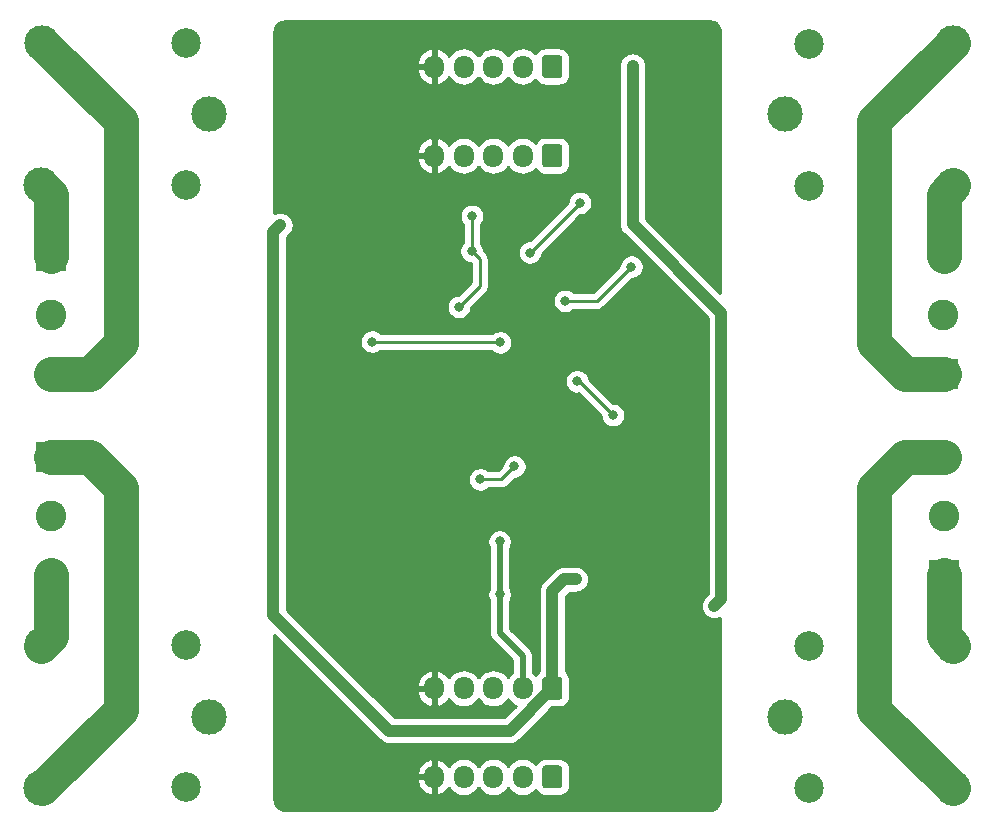
<source format=gbl>
G04 #@! TF.GenerationSoftware,KiCad,Pcbnew,5.1.10*
G04 #@! TF.CreationDate,2021-06-18T04:30:29+02:00*
G04 #@! TF.ProjectId,power-extender,706f7765-722d-4657-9874-656e6465722e,1*
G04 #@! TF.SameCoordinates,Original*
G04 #@! TF.FileFunction,Copper,L2,Bot*
G04 #@! TF.FilePolarity,Positive*
%FSLAX46Y46*%
G04 Gerber Fmt 4.6, Leading zero omitted, Abs format (unit mm)*
G04 Created by KiCad (PCBNEW 5.1.10) date 2021-06-18 04:30:29*
%MOMM*%
%LPD*%
G01*
G04 APERTURE LIST*
G04 #@! TA.AperFunction,ComponentPad*
%ADD10C,3.000000*%
G04 #@! TD*
G04 #@! TA.AperFunction,ComponentPad*
%ADD11C,2.500000*%
G04 #@! TD*
G04 #@! TA.AperFunction,ComponentPad*
%ADD12C,2.600000*%
G04 #@! TD*
G04 #@! TA.AperFunction,ComponentPad*
%ADD13R,2.600000X2.600000*%
G04 #@! TD*
G04 #@! TA.AperFunction,ComponentPad*
%ADD14O,1.700000X1.950000*%
G04 #@! TD*
G04 #@! TA.AperFunction,ViaPad*
%ADD15C,0.800000*%
G04 #@! TD*
G04 #@! TA.AperFunction,Conductor*
%ADD16C,0.250000*%
G04 #@! TD*
G04 #@! TA.AperFunction,Conductor*
%ADD17C,1.000000*%
G04 #@! TD*
G04 #@! TA.AperFunction,Conductor*
%ADD18C,0.500000*%
G04 #@! TD*
G04 #@! TA.AperFunction,Conductor*
%ADD19C,3.000000*%
G04 #@! TD*
G04 #@! TA.AperFunction,Conductor*
%ADD20C,0.254000*%
G04 #@! TD*
G04 #@! TA.AperFunction,Conductor*
%ADD21C,0.150000*%
G04 #@! TD*
G04 APERTURE END LIST*
D10*
X173150000Y-75000000D03*
D11*
X175100000Y-69050000D03*
D10*
X187350000Y-69000000D03*
X187300000Y-81050000D03*
D11*
X175100000Y-81050000D03*
D12*
X186500000Y-87000000D03*
X186500000Y-92000000D03*
D13*
X186500000Y-97000000D03*
D10*
X173150000Y-126000000D03*
D11*
X175100000Y-120050000D03*
D10*
X187350000Y-120000000D03*
X187300000Y-132050000D03*
D11*
X175100000Y-132050000D03*
D12*
X186550000Y-104000000D03*
X186550000Y-109000000D03*
D13*
X186550000Y-114000000D03*
D10*
X124350000Y-126000000D03*
D11*
X122400000Y-131950000D03*
D10*
X110150000Y-132000000D03*
X110200000Y-119950000D03*
D11*
X122400000Y-119950000D03*
D12*
X111000000Y-114000000D03*
X111000000Y-109000000D03*
D13*
X111000000Y-104000000D03*
D10*
X124350000Y-75000000D03*
D11*
X122400000Y-80950000D03*
D10*
X110150000Y-81000000D03*
X110200000Y-68950000D03*
D11*
X122400000Y-68950000D03*
D12*
X110950000Y-97000000D03*
X110950000Y-92000000D03*
D13*
X110950000Y-87000000D03*
D14*
X143400000Y-123600000D03*
X145900000Y-123600000D03*
X148400000Y-123600000D03*
X150900000Y-123600000D03*
G04 #@! TA.AperFunction,ComponentPad*
G36*
G01*
X154250000Y-122875000D02*
X154250000Y-124325000D01*
G75*
G02*
X154000000Y-124575000I-250000J0D01*
G01*
X152800000Y-124575000D01*
G75*
G02*
X152550000Y-124325000I0J250000D01*
G01*
X152550000Y-122875000D01*
G75*
G02*
X152800000Y-122625000I250000J0D01*
G01*
X154000000Y-122625000D01*
G75*
G02*
X154250000Y-122875000I0J-250000D01*
G01*
G37*
G04 #@! TD.AperFunction*
X143400000Y-131100000D03*
X145900000Y-131100000D03*
X148400000Y-131100000D03*
X150900000Y-131100000D03*
G04 #@! TA.AperFunction,ComponentPad*
G36*
G01*
X154250000Y-130375000D02*
X154250000Y-131825000D01*
G75*
G02*
X154000000Y-132075000I-250000J0D01*
G01*
X152800000Y-132075000D01*
G75*
G02*
X152550000Y-131825000I0J250000D01*
G01*
X152550000Y-130375000D01*
G75*
G02*
X152800000Y-130125000I250000J0D01*
G01*
X154000000Y-130125000D01*
G75*
G02*
X154250000Y-130375000I0J-250000D01*
G01*
G37*
G04 #@! TD.AperFunction*
X143400000Y-78500000D03*
X145900000Y-78500000D03*
X148400000Y-78500000D03*
X150900000Y-78500000D03*
G04 #@! TA.AperFunction,ComponentPad*
G36*
G01*
X154250000Y-77775000D02*
X154250000Y-79225000D01*
G75*
G02*
X154000000Y-79475000I-250000J0D01*
G01*
X152800000Y-79475000D01*
G75*
G02*
X152550000Y-79225000I0J250000D01*
G01*
X152550000Y-77775000D01*
G75*
G02*
X152800000Y-77525000I250000J0D01*
G01*
X154000000Y-77525000D01*
G75*
G02*
X154250000Y-77775000I0J-250000D01*
G01*
G37*
G04 #@! TD.AperFunction*
X143400000Y-70950000D03*
X145900000Y-70950000D03*
X148400000Y-70950000D03*
X150900000Y-70950000D03*
G04 #@! TA.AperFunction,ComponentPad*
G36*
G01*
X154250000Y-70225000D02*
X154250000Y-71675000D01*
G75*
G02*
X154000000Y-71925000I-250000J0D01*
G01*
X152800000Y-71925000D01*
G75*
G02*
X152550000Y-71675000I0J250000D01*
G01*
X152550000Y-70225000D01*
G75*
G02*
X152800000Y-69975000I250000J0D01*
G01*
X154000000Y-69975000D01*
G75*
G02*
X154250000Y-70225000I0J-250000D01*
G01*
G37*
G04 #@! TD.AperFunction*
D15*
X136145000Y-87855000D03*
X131750000Y-105750000D03*
X131749994Y-96500000D03*
X134700000Y-112000000D03*
X133600000Y-68000000D03*
X131700000Y-117400000D03*
X165800000Y-83600000D03*
X161355000Y-113145000D03*
X165750006Y-104500000D03*
X163900000Y-133000000D03*
X165750000Y-95250000D03*
X144200000Y-84550000D03*
X150300000Y-84100000D03*
X140500000Y-84000000D03*
X148500000Y-89000000D03*
X153500000Y-89750000D03*
X141249993Y-91250007D03*
X160500000Y-125750000D03*
X137100000Y-75200000D03*
X161800000Y-89400000D03*
X137900000Y-129100000D03*
X157900000Y-71100000D03*
X158525000Y-100475000D03*
X155500000Y-97600000D03*
X154500000Y-90800000D03*
X160100000Y-87900000D03*
X130375000Y-84375000D03*
X129800000Y-105700000D03*
X167125000Y-116625000D03*
X167700000Y-95300000D03*
X155400000Y-114350000D03*
X155750000Y-82500000D03*
X151500000Y-86699998D03*
X160200000Y-84300000D03*
X160200000Y-70900000D03*
X139599996Y-127200000D03*
X148950000Y-111150000D03*
X148950000Y-115650000D03*
X149000000Y-94300000D03*
X138150006Y-94250000D03*
X150200000Y-104800000D03*
X147300000Y-105900000D03*
X146574990Y-86570636D03*
X146600000Y-83600000D03*
X145500000Y-91300000D03*
D16*
X155650000Y-97600000D02*
X155500000Y-97600000D01*
X158525000Y-100475000D02*
X155650000Y-97600000D01*
X157200000Y-90800000D02*
X160100000Y-87900000D01*
X154500000Y-90800000D02*
X157200000Y-90800000D01*
D17*
X129800000Y-105700000D02*
X129800000Y-105700000D01*
X130375000Y-84375000D02*
X129800000Y-84950000D01*
X129800000Y-84950000D02*
X129800000Y-105700000D01*
X167125000Y-116625000D02*
X167700000Y-116050000D01*
X167700000Y-95300000D02*
X167700000Y-95300000D01*
X167700000Y-116050000D02*
X167700000Y-95300000D01*
X155400000Y-114350000D02*
X154400000Y-114350000D01*
X153400000Y-115350000D02*
X153400000Y-123600000D01*
X154400000Y-114350000D02*
X153400000Y-115350000D01*
D16*
X155750000Y-82500000D02*
X151550002Y-86699998D01*
X151550002Y-86699998D02*
X151500000Y-86699998D01*
D17*
X167700000Y-91800000D02*
X160200000Y-84300000D01*
X167700000Y-95300000D02*
X167700000Y-91800000D01*
X160200000Y-84300000D02*
X160200000Y-70900000D01*
X153400000Y-123600000D02*
X149800000Y-127200000D01*
X129800000Y-105700000D02*
X129800000Y-117400004D01*
X129800000Y-117400004D02*
X139599996Y-127200000D01*
X149800000Y-127200000D02*
X139599996Y-127200000D01*
D18*
X148950000Y-118900000D02*
X148950000Y-111150000D01*
X150900000Y-120850000D02*
X148950000Y-118900000D01*
X150900000Y-123600000D02*
X150900000Y-120850000D01*
D16*
X149000000Y-94300000D02*
X138200006Y-94300000D01*
X138200006Y-94300000D02*
X138150006Y-94250000D01*
X149100000Y-105900000D02*
X147300000Y-105900000D01*
X150200000Y-104800000D02*
X149100000Y-105900000D01*
X146574990Y-83625010D02*
X146600000Y-83600000D01*
X146574990Y-86570636D02*
X146574990Y-83625010D01*
X147250000Y-89550000D02*
X145500000Y-91300000D01*
X147250000Y-87245646D02*
X147250000Y-89550000D01*
X146574990Y-86570636D02*
X147250000Y-87245646D01*
D19*
X116850000Y-94400000D02*
X116850000Y-75600000D01*
X114250000Y-97000000D02*
X116850000Y-94400000D01*
X110950000Y-97000000D02*
X114250000Y-97000000D01*
X116850000Y-75600000D02*
X110200000Y-68950000D01*
X110950000Y-87000000D02*
X110950000Y-81800000D01*
X110950000Y-81800000D02*
X110150000Y-81000000D01*
X116850000Y-106600000D02*
X116850000Y-125400000D01*
X114250000Y-104000000D02*
X116850000Y-106600000D01*
X110950000Y-104000000D02*
X114250000Y-104000000D01*
X116850000Y-125400000D02*
X110200000Y-132050000D01*
X110950000Y-114000000D02*
X110950000Y-119200000D01*
X110950000Y-119200000D02*
X110150000Y-120000000D01*
X180650000Y-106600000D02*
X180650000Y-125400000D01*
X183250000Y-104000000D02*
X180650000Y-106600000D01*
X186550000Y-104000000D02*
X183250000Y-104000000D01*
X180650000Y-125400000D02*
X187300000Y-132050000D01*
X186550000Y-114000000D02*
X186550000Y-119200000D01*
X186550000Y-119200000D02*
X187350000Y-120000000D01*
X186550000Y-87000000D02*
X186550000Y-81800000D01*
X186550000Y-81800000D02*
X187350000Y-81000000D01*
X183250000Y-97000000D02*
X180650000Y-94400000D01*
X180650000Y-94400000D02*
X180650000Y-75600000D01*
X180650000Y-75600000D02*
X187300000Y-68950000D01*
X186550000Y-97000000D02*
X183250000Y-97000000D01*
D20*
X166920189Y-67144376D02*
X167083850Y-67194022D01*
X167234672Y-67274638D01*
X167366870Y-67383130D01*
X167475362Y-67515328D01*
X167555978Y-67666150D01*
X167605624Y-67829811D01*
X167623000Y-68006234D01*
X167623000Y-90117867D01*
X161335000Y-83829869D01*
X161335000Y-70844248D01*
X161318577Y-70677501D01*
X161253676Y-70463553D01*
X161148284Y-70266377D01*
X161006449Y-70093551D01*
X160833623Y-69951716D01*
X160636447Y-69846324D01*
X160422499Y-69781423D01*
X160200000Y-69759509D01*
X159977502Y-69781423D01*
X159763554Y-69846324D01*
X159566378Y-69951716D01*
X159393552Y-70093551D01*
X159251717Y-70266377D01*
X159146325Y-70463553D01*
X159081424Y-70677501D01*
X159065001Y-70844248D01*
X159065000Y-84244249D01*
X159059509Y-84300000D01*
X159066896Y-84375000D01*
X159081423Y-84522498D01*
X159146324Y-84736446D01*
X159251716Y-84933623D01*
X159393551Y-85106449D01*
X159436865Y-85141996D01*
X166565001Y-92270134D01*
X166565000Y-95244248D01*
X166559509Y-95300000D01*
X166565001Y-95355762D01*
X166565000Y-115579869D01*
X166283012Y-115861857D01*
X166176717Y-115991378D01*
X166071324Y-116188554D01*
X166006423Y-116402502D01*
X165984509Y-116625000D01*
X166006423Y-116847498D01*
X166071324Y-117061446D01*
X166176717Y-117258622D01*
X166318552Y-117431448D01*
X166491378Y-117573283D01*
X166688554Y-117678676D01*
X166902502Y-117743577D01*
X167125000Y-117765491D01*
X167347498Y-117743577D01*
X167561446Y-117678676D01*
X167623000Y-117645775D01*
X167623000Y-132993766D01*
X167605624Y-133170189D01*
X167555978Y-133333850D01*
X167475362Y-133484672D01*
X167366870Y-133616870D01*
X167234672Y-133725362D01*
X167083850Y-133805978D01*
X166920189Y-133855624D01*
X166743766Y-133873000D01*
X130756234Y-133873000D01*
X130579811Y-133855624D01*
X130416150Y-133805978D01*
X130265328Y-133725362D01*
X130133130Y-133616870D01*
X130024638Y-133484672D01*
X129944022Y-133333850D01*
X129894376Y-133170189D01*
X129877000Y-132993766D01*
X129877000Y-131459267D01*
X141933680Y-131459267D01*
X142007558Y-131740830D01*
X142134947Y-132002570D01*
X142310951Y-132234429D01*
X142528807Y-132427496D01*
X142780142Y-132574352D01*
X143043110Y-132666476D01*
X143273000Y-132545155D01*
X143273000Y-131227000D01*
X142073835Y-131227000D01*
X141933680Y-131459267D01*
X129877000Y-131459267D01*
X129877000Y-130740733D01*
X141933680Y-130740733D01*
X142073835Y-130973000D01*
X143273000Y-130973000D01*
X143273000Y-129654845D01*
X143527000Y-129654845D01*
X143527000Y-130973000D01*
X143547000Y-130973000D01*
X143547000Y-131227000D01*
X143527000Y-131227000D01*
X143527000Y-132545155D01*
X143756890Y-132666476D01*
X144019858Y-132574352D01*
X144271193Y-132427496D01*
X144489049Y-132234429D01*
X144645538Y-132028278D01*
X144659294Y-132054013D01*
X144844866Y-132280134D01*
X145070986Y-132465706D01*
X145328966Y-132603599D01*
X145608889Y-132688513D01*
X145900000Y-132717185D01*
X146191110Y-132688513D01*
X146471033Y-132603599D01*
X146729013Y-132465706D01*
X146955134Y-132280134D01*
X147140706Y-132054014D01*
X147150000Y-132036626D01*
X147159294Y-132054013D01*
X147344866Y-132280134D01*
X147570986Y-132465706D01*
X147828966Y-132603599D01*
X148108889Y-132688513D01*
X148400000Y-132717185D01*
X148691110Y-132688513D01*
X148971033Y-132603599D01*
X149229013Y-132465706D01*
X149455134Y-132280134D01*
X149640706Y-132054014D01*
X149650000Y-132036626D01*
X149659294Y-132054013D01*
X149844866Y-132280134D01*
X150070986Y-132465706D01*
X150328966Y-132603599D01*
X150608889Y-132688513D01*
X150900000Y-132717185D01*
X151191110Y-132688513D01*
X151471033Y-132603599D01*
X151729013Y-132465706D01*
X151955134Y-132280134D01*
X152007223Y-132216663D01*
X152061595Y-132318386D01*
X152172038Y-132452962D01*
X152306614Y-132563405D01*
X152460150Y-132645472D01*
X152626746Y-132696008D01*
X152800000Y-132713072D01*
X154000000Y-132713072D01*
X154173254Y-132696008D01*
X154339850Y-132645472D01*
X154493386Y-132563405D01*
X154627962Y-132452962D01*
X154738405Y-132318386D01*
X154820472Y-132164850D01*
X154871008Y-131998254D01*
X154888072Y-131825000D01*
X154888072Y-130375000D01*
X154871008Y-130201746D01*
X154820472Y-130035150D01*
X154738405Y-129881614D01*
X154627962Y-129747038D01*
X154493386Y-129636595D01*
X154339850Y-129554528D01*
X154173254Y-129503992D01*
X154000000Y-129486928D01*
X152800000Y-129486928D01*
X152626746Y-129503992D01*
X152460150Y-129554528D01*
X152306614Y-129636595D01*
X152172038Y-129747038D01*
X152061595Y-129881614D01*
X152007223Y-129983337D01*
X151955134Y-129919866D01*
X151729014Y-129734294D01*
X151471034Y-129596401D01*
X151191111Y-129511487D01*
X150900000Y-129482815D01*
X150608890Y-129511487D01*
X150328967Y-129596401D01*
X150070987Y-129734294D01*
X149844866Y-129919866D01*
X149659294Y-130145986D01*
X149650000Y-130163374D01*
X149640706Y-130145986D01*
X149455134Y-129919866D01*
X149229014Y-129734294D01*
X148971034Y-129596401D01*
X148691111Y-129511487D01*
X148400000Y-129482815D01*
X148108890Y-129511487D01*
X147828967Y-129596401D01*
X147570987Y-129734294D01*
X147344866Y-129919866D01*
X147159294Y-130145986D01*
X147150000Y-130163374D01*
X147140706Y-130145986D01*
X146955134Y-129919866D01*
X146729014Y-129734294D01*
X146471034Y-129596401D01*
X146191111Y-129511487D01*
X145900000Y-129482815D01*
X145608890Y-129511487D01*
X145328967Y-129596401D01*
X145070987Y-129734294D01*
X144844866Y-129919866D01*
X144659294Y-130145986D01*
X144645538Y-130171722D01*
X144489049Y-129965571D01*
X144271193Y-129772504D01*
X144019858Y-129625648D01*
X143756890Y-129533524D01*
X143527000Y-129654845D01*
X143273000Y-129654845D01*
X143043110Y-129533524D01*
X142780142Y-129625648D01*
X142528807Y-129772504D01*
X142310951Y-129965571D01*
X142134947Y-130197430D01*
X142007558Y-130459170D01*
X141933680Y-130740733D01*
X129877000Y-130740733D01*
X129877000Y-119082135D01*
X138758005Y-127963141D01*
X138793547Y-128006449D01*
X138966373Y-128148284D01*
X139163549Y-128253676D01*
X139377497Y-128318577D01*
X139544244Y-128335000D01*
X139544253Y-128335000D01*
X139599995Y-128340490D01*
X139655737Y-128335000D01*
X149744249Y-128335000D01*
X149800000Y-128340491D01*
X149855751Y-128335000D01*
X149855752Y-128335000D01*
X150022499Y-128318577D01*
X150236447Y-128253676D01*
X150433623Y-128148284D01*
X150606449Y-128006449D01*
X150641996Y-127963135D01*
X153392060Y-125213072D01*
X154000000Y-125213072D01*
X154173254Y-125196008D01*
X154339850Y-125145472D01*
X154493386Y-125063405D01*
X154627962Y-124952962D01*
X154738405Y-124818386D01*
X154820472Y-124664850D01*
X154871008Y-124498254D01*
X154888072Y-124325000D01*
X154888072Y-122875000D01*
X154871008Y-122701746D01*
X154820472Y-122535150D01*
X154738405Y-122381614D01*
X154627962Y-122247038D01*
X154535000Y-122170747D01*
X154535000Y-115820132D01*
X154870132Y-115485000D01*
X155455752Y-115485000D01*
X155622499Y-115468577D01*
X155836447Y-115403676D01*
X156033623Y-115298284D01*
X156206449Y-115156449D01*
X156348284Y-114983623D01*
X156453676Y-114786447D01*
X156518577Y-114572499D01*
X156540491Y-114350000D01*
X156518577Y-114127501D01*
X156453676Y-113913553D01*
X156348284Y-113716377D01*
X156206449Y-113543551D01*
X156033623Y-113401716D01*
X155836447Y-113296324D01*
X155622499Y-113231423D01*
X155455752Y-113215000D01*
X154455752Y-113215000D01*
X154400000Y-113209509D01*
X154177501Y-113231423D01*
X153963553Y-113296324D01*
X153766377Y-113401716D01*
X153636856Y-113508011D01*
X153636854Y-113508013D01*
X153593551Y-113543551D01*
X153558013Y-113586855D01*
X152636864Y-114508005D01*
X152593551Y-114543551D01*
X152451716Y-114716377D01*
X152348486Y-114909509D01*
X152346324Y-114913554D01*
X152281423Y-115127502D01*
X152259509Y-115350000D01*
X152265000Y-115405752D01*
X152265001Y-122170746D01*
X152172038Y-122247038D01*
X152061595Y-122381614D01*
X152007223Y-122483337D01*
X151955134Y-122419866D01*
X151785000Y-122280241D01*
X151785000Y-120893465D01*
X151789281Y-120849999D01*
X151785000Y-120806533D01*
X151785000Y-120806523D01*
X151772195Y-120676510D01*
X151721589Y-120509687D01*
X151639411Y-120355941D01*
X151528817Y-120221183D01*
X151495049Y-120193470D01*
X149835000Y-118533422D01*
X149835000Y-116188454D01*
X149867205Y-116140256D01*
X149945226Y-115951898D01*
X149985000Y-115751939D01*
X149985000Y-115548061D01*
X149945226Y-115348102D01*
X149867205Y-115159744D01*
X149835000Y-115111546D01*
X149835000Y-111688454D01*
X149867205Y-111640256D01*
X149945226Y-111451898D01*
X149985000Y-111251939D01*
X149985000Y-111048061D01*
X149945226Y-110848102D01*
X149867205Y-110659744D01*
X149753937Y-110490226D01*
X149609774Y-110346063D01*
X149440256Y-110232795D01*
X149251898Y-110154774D01*
X149051939Y-110115000D01*
X148848061Y-110115000D01*
X148648102Y-110154774D01*
X148459744Y-110232795D01*
X148290226Y-110346063D01*
X148146063Y-110490226D01*
X148032795Y-110659744D01*
X147954774Y-110848102D01*
X147915000Y-111048061D01*
X147915000Y-111251939D01*
X147954774Y-111451898D01*
X148032795Y-111640256D01*
X148065001Y-111688456D01*
X148065000Y-115111545D01*
X148032795Y-115159744D01*
X147954774Y-115348102D01*
X147915000Y-115548061D01*
X147915000Y-115751939D01*
X147954774Y-115951898D01*
X148032795Y-116140256D01*
X148065000Y-116188455D01*
X148065000Y-118856531D01*
X148060719Y-118900000D01*
X148065000Y-118943469D01*
X148065000Y-118943476D01*
X148077805Y-119073489D01*
X148128411Y-119240312D01*
X148210589Y-119394058D01*
X148321183Y-119528817D01*
X148354956Y-119556534D01*
X150015001Y-121216580D01*
X150015000Y-122280241D01*
X149844866Y-122419866D01*
X149659294Y-122645986D01*
X149650000Y-122663374D01*
X149640706Y-122645986D01*
X149455134Y-122419866D01*
X149229014Y-122234294D01*
X148971034Y-122096401D01*
X148691111Y-122011487D01*
X148400000Y-121982815D01*
X148108890Y-122011487D01*
X147828967Y-122096401D01*
X147570987Y-122234294D01*
X147344866Y-122419866D01*
X147159294Y-122645986D01*
X147150000Y-122663374D01*
X147140706Y-122645986D01*
X146955134Y-122419866D01*
X146729014Y-122234294D01*
X146471034Y-122096401D01*
X146191111Y-122011487D01*
X145900000Y-121982815D01*
X145608890Y-122011487D01*
X145328967Y-122096401D01*
X145070987Y-122234294D01*
X144844866Y-122419866D01*
X144659294Y-122645986D01*
X144645538Y-122671722D01*
X144489049Y-122465571D01*
X144271193Y-122272504D01*
X144019858Y-122125648D01*
X143756890Y-122033524D01*
X143527000Y-122154845D01*
X143527000Y-123473000D01*
X143547000Y-123473000D01*
X143547000Y-123727000D01*
X143527000Y-123727000D01*
X143527000Y-125045155D01*
X143756890Y-125166476D01*
X144019858Y-125074352D01*
X144271193Y-124927496D01*
X144489049Y-124734429D01*
X144645538Y-124528278D01*
X144659294Y-124554013D01*
X144844866Y-124780134D01*
X145070986Y-124965706D01*
X145328966Y-125103599D01*
X145608889Y-125188513D01*
X145900000Y-125217185D01*
X146191110Y-125188513D01*
X146471033Y-125103599D01*
X146729013Y-124965706D01*
X146955134Y-124780134D01*
X147140706Y-124554014D01*
X147150000Y-124536626D01*
X147159294Y-124554013D01*
X147344866Y-124780134D01*
X147570986Y-124965706D01*
X147828966Y-125103599D01*
X148108889Y-125188513D01*
X148400000Y-125217185D01*
X148691110Y-125188513D01*
X148971033Y-125103599D01*
X149229013Y-124965706D01*
X149455134Y-124780134D01*
X149640706Y-124554014D01*
X149650000Y-124536626D01*
X149659294Y-124554013D01*
X149844866Y-124780134D01*
X150070986Y-124965706D01*
X150304400Y-125090468D01*
X149329869Y-126065000D01*
X140070128Y-126065000D01*
X137964395Y-123959267D01*
X141933680Y-123959267D01*
X142007558Y-124240830D01*
X142134947Y-124502570D01*
X142310951Y-124734429D01*
X142528807Y-124927496D01*
X142780142Y-125074352D01*
X143043110Y-125166476D01*
X143273000Y-125045155D01*
X143273000Y-123727000D01*
X142073835Y-123727000D01*
X141933680Y-123959267D01*
X137964395Y-123959267D01*
X137245861Y-123240733D01*
X141933680Y-123240733D01*
X142073835Y-123473000D01*
X143273000Y-123473000D01*
X143273000Y-122154845D01*
X143043110Y-122033524D01*
X142780142Y-122125648D01*
X142528807Y-122272504D01*
X142310951Y-122465571D01*
X142134947Y-122697430D01*
X142007558Y-122959170D01*
X141933680Y-123240733D01*
X137245861Y-123240733D01*
X130935000Y-116929873D01*
X130935000Y-105798061D01*
X146265000Y-105798061D01*
X146265000Y-106001939D01*
X146304774Y-106201898D01*
X146382795Y-106390256D01*
X146496063Y-106559774D01*
X146640226Y-106703937D01*
X146809744Y-106817205D01*
X146998102Y-106895226D01*
X147198061Y-106935000D01*
X147401939Y-106935000D01*
X147601898Y-106895226D01*
X147790256Y-106817205D01*
X147959774Y-106703937D01*
X148003711Y-106660000D01*
X149062678Y-106660000D01*
X149100000Y-106663676D01*
X149137322Y-106660000D01*
X149137333Y-106660000D01*
X149248986Y-106649003D01*
X149392247Y-106605546D01*
X149524276Y-106534974D01*
X149640001Y-106440001D01*
X149663804Y-106410998D01*
X150239802Y-105835000D01*
X150301939Y-105835000D01*
X150501898Y-105795226D01*
X150690256Y-105717205D01*
X150859774Y-105603937D01*
X151003937Y-105459774D01*
X151117205Y-105290256D01*
X151195226Y-105101898D01*
X151235000Y-104901939D01*
X151235000Y-104698061D01*
X151195226Y-104498102D01*
X151117205Y-104309744D01*
X151003937Y-104140226D01*
X150859774Y-103996063D01*
X150690256Y-103882795D01*
X150501898Y-103804774D01*
X150301939Y-103765000D01*
X150098061Y-103765000D01*
X149898102Y-103804774D01*
X149709744Y-103882795D01*
X149540226Y-103996063D01*
X149396063Y-104140226D01*
X149282795Y-104309744D01*
X149204774Y-104498102D01*
X149165000Y-104698061D01*
X149165000Y-104760198D01*
X148785199Y-105140000D01*
X148003711Y-105140000D01*
X147959774Y-105096063D01*
X147790256Y-104982795D01*
X147601898Y-104904774D01*
X147401939Y-104865000D01*
X147198061Y-104865000D01*
X146998102Y-104904774D01*
X146809744Y-104982795D01*
X146640226Y-105096063D01*
X146496063Y-105240226D01*
X146382795Y-105409744D01*
X146304774Y-105598102D01*
X146265000Y-105798061D01*
X130935000Y-105798061D01*
X130935000Y-105755752D01*
X130940491Y-105700000D01*
X130935000Y-105644248D01*
X130935000Y-97498061D01*
X154465000Y-97498061D01*
X154465000Y-97701939D01*
X154504774Y-97901898D01*
X154582795Y-98090256D01*
X154696063Y-98259774D01*
X154840226Y-98403937D01*
X155009744Y-98517205D01*
X155198102Y-98595226D01*
X155398061Y-98635000D01*
X155601939Y-98635000D01*
X155608828Y-98633630D01*
X157490000Y-100514802D01*
X157490000Y-100576939D01*
X157529774Y-100776898D01*
X157607795Y-100965256D01*
X157721063Y-101134774D01*
X157865226Y-101278937D01*
X158034744Y-101392205D01*
X158223102Y-101470226D01*
X158423061Y-101510000D01*
X158626939Y-101510000D01*
X158826898Y-101470226D01*
X159015256Y-101392205D01*
X159184774Y-101278937D01*
X159328937Y-101134774D01*
X159442205Y-100965256D01*
X159520226Y-100776898D01*
X159560000Y-100576939D01*
X159560000Y-100373061D01*
X159520226Y-100173102D01*
X159442205Y-99984744D01*
X159328937Y-99815226D01*
X159184774Y-99671063D01*
X159015256Y-99557795D01*
X158826898Y-99479774D01*
X158626939Y-99440000D01*
X158564802Y-99440000D01*
X156513184Y-97388383D01*
X156495226Y-97298102D01*
X156417205Y-97109744D01*
X156303937Y-96940226D01*
X156159774Y-96796063D01*
X155990256Y-96682795D01*
X155801898Y-96604774D01*
X155601939Y-96565000D01*
X155398061Y-96565000D01*
X155198102Y-96604774D01*
X155009744Y-96682795D01*
X154840226Y-96796063D01*
X154696063Y-96940226D01*
X154582795Y-97109744D01*
X154504774Y-97298102D01*
X154465000Y-97498061D01*
X130935000Y-97498061D01*
X130935000Y-94148061D01*
X137115006Y-94148061D01*
X137115006Y-94351939D01*
X137154780Y-94551898D01*
X137232801Y-94740256D01*
X137346069Y-94909774D01*
X137490232Y-95053937D01*
X137659750Y-95167205D01*
X137848108Y-95245226D01*
X138048067Y-95285000D01*
X138251945Y-95285000D01*
X138451904Y-95245226D01*
X138640262Y-95167205D01*
X138800706Y-95060000D01*
X148296289Y-95060000D01*
X148340226Y-95103937D01*
X148509744Y-95217205D01*
X148698102Y-95295226D01*
X148898061Y-95335000D01*
X149101939Y-95335000D01*
X149301898Y-95295226D01*
X149490256Y-95217205D01*
X149659774Y-95103937D01*
X149803937Y-94959774D01*
X149917205Y-94790256D01*
X149995226Y-94601898D01*
X150035000Y-94401939D01*
X150035000Y-94198061D01*
X149995226Y-93998102D01*
X149917205Y-93809744D01*
X149803937Y-93640226D01*
X149659774Y-93496063D01*
X149490256Y-93382795D01*
X149301898Y-93304774D01*
X149101939Y-93265000D01*
X148898061Y-93265000D01*
X148698102Y-93304774D01*
X148509744Y-93382795D01*
X148340226Y-93496063D01*
X148296289Y-93540000D01*
X138903717Y-93540000D01*
X138809780Y-93446063D01*
X138640262Y-93332795D01*
X138451904Y-93254774D01*
X138251945Y-93215000D01*
X138048067Y-93215000D01*
X137848108Y-93254774D01*
X137659750Y-93332795D01*
X137490232Y-93446063D01*
X137346069Y-93590226D01*
X137232801Y-93759744D01*
X137154780Y-93948102D01*
X137115006Y-94148061D01*
X130935000Y-94148061D01*
X130935000Y-91198061D01*
X144465000Y-91198061D01*
X144465000Y-91401939D01*
X144504774Y-91601898D01*
X144582795Y-91790256D01*
X144696063Y-91959774D01*
X144840226Y-92103937D01*
X145009744Y-92217205D01*
X145198102Y-92295226D01*
X145398061Y-92335000D01*
X145601939Y-92335000D01*
X145801898Y-92295226D01*
X145990256Y-92217205D01*
X146159774Y-92103937D01*
X146303937Y-91959774D01*
X146417205Y-91790256D01*
X146495226Y-91601898D01*
X146535000Y-91401939D01*
X146535000Y-91339801D01*
X147176740Y-90698061D01*
X153465000Y-90698061D01*
X153465000Y-90901939D01*
X153504774Y-91101898D01*
X153582795Y-91290256D01*
X153696063Y-91459774D01*
X153840226Y-91603937D01*
X154009744Y-91717205D01*
X154198102Y-91795226D01*
X154398061Y-91835000D01*
X154601939Y-91835000D01*
X154801898Y-91795226D01*
X154990256Y-91717205D01*
X155159774Y-91603937D01*
X155203711Y-91560000D01*
X157162678Y-91560000D01*
X157200000Y-91563676D01*
X157237322Y-91560000D01*
X157237333Y-91560000D01*
X157348986Y-91549003D01*
X157492247Y-91505546D01*
X157624276Y-91434974D01*
X157740001Y-91340001D01*
X157763804Y-91310997D01*
X160139802Y-88935000D01*
X160201939Y-88935000D01*
X160401898Y-88895226D01*
X160590256Y-88817205D01*
X160759774Y-88703937D01*
X160903937Y-88559774D01*
X161017205Y-88390256D01*
X161095226Y-88201898D01*
X161135000Y-88001939D01*
X161135000Y-87798061D01*
X161095226Y-87598102D01*
X161017205Y-87409744D01*
X160903937Y-87240226D01*
X160759774Y-87096063D01*
X160590256Y-86982795D01*
X160401898Y-86904774D01*
X160201939Y-86865000D01*
X159998061Y-86865000D01*
X159798102Y-86904774D01*
X159609744Y-86982795D01*
X159440226Y-87096063D01*
X159296063Y-87240226D01*
X159182795Y-87409744D01*
X159104774Y-87598102D01*
X159065000Y-87798061D01*
X159065000Y-87860198D01*
X156885199Y-90040000D01*
X155203711Y-90040000D01*
X155159774Y-89996063D01*
X154990256Y-89882795D01*
X154801898Y-89804774D01*
X154601939Y-89765000D01*
X154398061Y-89765000D01*
X154198102Y-89804774D01*
X154009744Y-89882795D01*
X153840226Y-89996063D01*
X153696063Y-90140226D01*
X153582795Y-90309744D01*
X153504774Y-90498102D01*
X153465000Y-90698061D01*
X147176740Y-90698061D01*
X147761003Y-90113799D01*
X147790001Y-90090001D01*
X147884974Y-89974276D01*
X147955546Y-89842247D01*
X147999003Y-89698986D01*
X148010000Y-89587333D01*
X148010000Y-89587325D01*
X148013676Y-89550000D01*
X148010000Y-89512675D01*
X148010000Y-87282968D01*
X148013676Y-87245645D01*
X148010000Y-87208322D01*
X148010000Y-87208313D01*
X147999003Y-87096660D01*
X147955546Y-86953399D01*
X147884974Y-86821370D01*
X147790001Y-86705645D01*
X147761004Y-86681848D01*
X147677215Y-86598059D01*
X150465000Y-86598059D01*
X150465000Y-86801937D01*
X150504774Y-87001896D01*
X150582795Y-87190254D01*
X150696063Y-87359772D01*
X150840226Y-87503935D01*
X151009744Y-87617203D01*
X151198102Y-87695224D01*
X151398061Y-87734998D01*
X151601939Y-87734998D01*
X151801898Y-87695224D01*
X151990256Y-87617203D01*
X152159774Y-87503935D01*
X152303937Y-87359772D01*
X152417205Y-87190254D01*
X152495226Y-87001896D01*
X152535000Y-86801937D01*
X152535000Y-86789801D01*
X155789802Y-83535000D01*
X155851939Y-83535000D01*
X156051898Y-83495226D01*
X156240256Y-83417205D01*
X156409774Y-83303937D01*
X156553937Y-83159774D01*
X156667205Y-82990256D01*
X156745226Y-82801898D01*
X156785000Y-82601939D01*
X156785000Y-82398061D01*
X156745226Y-82198102D01*
X156667205Y-82009744D01*
X156553937Y-81840226D01*
X156409774Y-81696063D01*
X156240256Y-81582795D01*
X156051898Y-81504774D01*
X155851939Y-81465000D01*
X155648061Y-81465000D01*
X155448102Y-81504774D01*
X155259744Y-81582795D01*
X155090226Y-81696063D01*
X154946063Y-81840226D01*
X154832795Y-82009744D01*
X154754774Y-82198102D01*
X154715000Y-82398061D01*
X154715000Y-82460198D01*
X151510201Y-85664998D01*
X151398061Y-85664998D01*
X151198102Y-85704772D01*
X151009744Y-85782793D01*
X150840226Y-85896061D01*
X150696063Y-86040224D01*
X150582795Y-86209742D01*
X150504774Y-86398100D01*
X150465000Y-86598059D01*
X147677215Y-86598059D01*
X147609990Y-86530834D01*
X147609990Y-86468697D01*
X147570216Y-86268738D01*
X147492195Y-86080380D01*
X147378927Y-85910862D01*
X147334990Y-85866925D01*
X147334990Y-84328721D01*
X147403937Y-84259774D01*
X147517205Y-84090256D01*
X147595226Y-83901898D01*
X147635000Y-83701939D01*
X147635000Y-83498061D01*
X147595226Y-83298102D01*
X147517205Y-83109744D01*
X147403937Y-82940226D01*
X147259774Y-82796063D01*
X147090256Y-82682795D01*
X146901898Y-82604774D01*
X146701939Y-82565000D01*
X146498061Y-82565000D01*
X146298102Y-82604774D01*
X146109744Y-82682795D01*
X145940226Y-82796063D01*
X145796063Y-82940226D01*
X145682795Y-83109744D01*
X145604774Y-83298102D01*
X145565000Y-83498061D01*
X145565000Y-83701939D01*
X145604774Y-83901898D01*
X145682795Y-84090256D01*
X145796063Y-84259774D01*
X145814991Y-84278702D01*
X145814990Y-85866925D01*
X145771053Y-85910862D01*
X145657785Y-86080380D01*
X145579764Y-86268738D01*
X145539990Y-86468697D01*
X145539990Y-86672575D01*
X145579764Y-86872534D01*
X145657785Y-87060892D01*
X145771053Y-87230410D01*
X145915216Y-87374573D01*
X146084734Y-87487841D01*
X146273092Y-87565862D01*
X146473051Y-87605636D01*
X146490000Y-87605636D01*
X146490001Y-89235197D01*
X145460199Y-90265000D01*
X145398061Y-90265000D01*
X145198102Y-90304774D01*
X145009744Y-90382795D01*
X144840226Y-90496063D01*
X144696063Y-90640226D01*
X144582795Y-90809744D01*
X144504774Y-90998102D01*
X144465000Y-91198061D01*
X130935000Y-91198061D01*
X130935000Y-85420131D01*
X131216988Y-85138143D01*
X131323284Y-85008622D01*
X131428676Y-84811447D01*
X131493577Y-84597499D01*
X131515491Y-84375000D01*
X131493577Y-84152501D01*
X131428676Y-83938554D01*
X131323284Y-83741378D01*
X131181449Y-83568551D01*
X131008622Y-83426716D01*
X130811446Y-83321324D01*
X130597499Y-83256423D01*
X130375000Y-83234509D01*
X130152501Y-83256423D01*
X129938553Y-83321324D01*
X129877000Y-83354225D01*
X129877000Y-78859267D01*
X141933680Y-78859267D01*
X142007558Y-79140830D01*
X142134947Y-79402570D01*
X142310951Y-79634429D01*
X142528807Y-79827496D01*
X142780142Y-79974352D01*
X143043110Y-80066476D01*
X143273000Y-79945155D01*
X143273000Y-78627000D01*
X142073835Y-78627000D01*
X141933680Y-78859267D01*
X129877000Y-78859267D01*
X129877000Y-78140733D01*
X141933680Y-78140733D01*
X142073835Y-78373000D01*
X143273000Y-78373000D01*
X143273000Y-77054845D01*
X143527000Y-77054845D01*
X143527000Y-78373000D01*
X143547000Y-78373000D01*
X143547000Y-78627000D01*
X143527000Y-78627000D01*
X143527000Y-79945155D01*
X143756890Y-80066476D01*
X144019858Y-79974352D01*
X144271193Y-79827496D01*
X144489049Y-79634429D01*
X144645538Y-79428278D01*
X144659294Y-79454013D01*
X144844866Y-79680134D01*
X145070986Y-79865706D01*
X145328966Y-80003599D01*
X145608889Y-80088513D01*
X145900000Y-80117185D01*
X146191110Y-80088513D01*
X146471033Y-80003599D01*
X146729013Y-79865706D01*
X146955134Y-79680134D01*
X147140706Y-79454014D01*
X147150000Y-79436626D01*
X147159294Y-79454013D01*
X147344866Y-79680134D01*
X147570986Y-79865706D01*
X147828966Y-80003599D01*
X148108889Y-80088513D01*
X148400000Y-80117185D01*
X148691110Y-80088513D01*
X148971033Y-80003599D01*
X149229013Y-79865706D01*
X149455134Y-79680134D01*
X149640706Y-79454014D01*
X149650000Y-79436626D01*
X149659294Y-79454013D01*
X149844866Y-79680134D01*
X150070986Y-79865706D01*
X150328966Y-80003599D01*
X150608889Y-80088513D01*
X150900000Y-80117185D01*
X151191110Y-80088513D01*
X151471033Y-80003599D01*
X151729013Y-79865706D01*
X151955134Y-79680134D01*
X152007223Y-79616663D01*
X152061595Y-79718386D01*
X152172038Y-79852962D01*
X152306614Y-79963405D01*
X152460150Y-80045472D01*
X152626746Y-80096008D01*
X152800000Y-80113072D01*
X154000000Y-80113072D01*
X154173254Y-80096008D01*
X154339850Y-80045472D01*
X154493386Y-79963405D01*
X154627962Y-79852962D01*
X154738405Y-79718386D01*
X154820472Y-79564850D01*
X154871008Y-79398254D01*
X154888072Y-79225000D01*
X154888072Y-77775000D01*
X154871008Y-77601746D01*
X154820472Y-77435150D01*
X154738405Y-77281614D01*
X154627962Y-77147038D01*
X154493386Y-77036595D01*
X154339850Y-76954528D01*
X154173254Y-76903992D01*
X154000000Y-76886928D01*
X152800000Y-76886928D01*
X152626746Y-76903992D01*
X152460150Y-76954528D01*
X152306614Y-77036595D01*
X152172038Y-77147038D01*
X152061595Y-77281614D01*
X152007223Y-77383337D01*
X151955134Y-77319866D01*
X151729014Y-77134294D01*
X151471034Y-76996401D01*
X151191111Y-76911487D01*
X150900000Y-76882815D01*
X150608890Y-76911487D01*
X150328967Y-76996401D01*
X150070987Y-77134294D01*
X149844866Y-77319866D01*
X149659294Y-77545986D01*
X149650000Y-77563374D01*
X149640706Y-77545986D01*
X149455134Y-77319866D01*
X149229014Y-77134294D01*
X148971034Y-76996401D01*
X148691111Y-76911487D01*
X148400000Y-76882815D01*
X148108890Y-76911487D01*
X147828967Y-76996401D01*
X147570987Y-77134294D01*
X147344866Y-77319866D01*
X147159294Y-77545986D01*
X147150000Y-77563374D01*
X147140706Y-77545986D01*
X146955134Y-77319866D01*
X146729014Y-77134294D01*
X146471034Y-76996401D01*
X146191111Y-76911487D01*
X145900000Y-76882815D01*
X145608890Y-76911487D01*
X145328967Y-76996401D01*
X145070987Y-77134294D01*
X144844866Y-77319866D01*
X144659294Y-77545986D01*
X144645538Y-77571722D01*
X144489049Y-77365571D01*
X144271193Y-77172504D01*
X144019858Y-77025648D01*
X143756890Y-76933524D01*
X143527000Y-77054845D01*
X143273000Y-77054845D01*
X143043110Y-76933524D01*
X142780142Y-77025648D01*
X142528807Y-77172504D01*
X142310951Y-77365571D01*
X142134947Y-77597430D01*
X142007558Y-77859170D01*
X141933680Y-78140733D01*
X129877000Y-78140733D01*
X129877000Y-71309267D01*
X141933680Y-71309267D01*
X142007558Y-71590830D01*
X142134947Y-71852570D01*
X142310951Y-72084429D01*
X142528807Y-72277496D01*
X142780142Y-72424352D01*
X143043110Y-72516476D01*
X143273000Y-72395155D01*
X143273000Y-71077000D01*
X142073835Y-71077000D01*
X141933680Y-71309267D01*
X129877000Y-71309267D01*
X129877000Y-70590733D01*
X141933680Y-70590733D01*
X142073835Y-70823000D01*
X143273000Y-70823000D01*
X143273000Y-69504845D01*
X143527000Y-69504845D01*
X143527000Y-70823000D01*
X143547000Y-70823000D01*
X143547000Y-71077000D01*
X143527000Y-71077000D01*
X143527000Y-72395155D01*
X143756890Y-72516476D01*
X144019858Y-72424352D01*
X144271193Y-72277496D01*
X144489049Y-72084429D01*
X144645538Y-71878278D01*
X144659294Y-71904013D01*
X144844866Y-72130134D01*
X145070986Y-72315706D01*
X145328966Y-72453599D01*
X145608889Y-72538513D01*
X145900000Y-72567185D01*
X146191110Y-72538513D01*
X146471033Y-72453599D01*
X146729013Y-72315706D01*
X146955134Y-72130134D01*
X147140706Y-71904014D01*
X147150000Y-71886626D01*
X147159294Y-71904013D01*
X147344866Y-72130134D01*
X147570986Y-72315706D01*
X147828966Y-72453599D01*
X148108889Y-72538513D01*
X148400000Y-72567185D01*
X148691110Y-72538513D01*
X148971033Y-72453599D01*
X149229013Y-72315706D01*
X149455134Y-72130134D01*
X149640706Y-71904014D01*
X149650000Y-71886626D01*
X149659294Y-71904013D01*
X149844866Y-72130134D01*
X150070986Y-72315706D01*
X150328966Y-72453599D01*
X150608889Y-72538513D01*
X150900000Y-72567185D01*
X151191110Y-72538513D01*
X151471033Y-72453599D01*
X151729013Y-72315706D01*
X151955134Y-72130134D01*
X152007223Y-72066663D01*
X152061595Y-72168386D01*
X152172038Y-72302962D01*
X152306614Y-72413405D01*
X152460150Y-72495472D01*
X152626746Y-72546008D01*
X152800000Y-72563072D01*
X154000000Y-72563072D01*
X154173254Y-72546008D01*
X154339850Y-72495472D01*
X154493386Y-72413405D01*
X154627962Y-72302962D01*
X154738405Y-72168386D01*
X154820472Y-72014850D01*
X154871008Y-71848254D01*
X154888072Y-71675000D01*
X154888072Y-70225000D01*
X154871008Y-70051746D01*
X154820472Y-69885150D01*
X154738405Y-69731614D01*
X154627962Y-69597038D01*
X154493386Y-69486595D01*
X154339850Y-69404528D01*
X154173254Y-69353992D01*
X154000000Y-69336928D01*
X152800000Y-69336928D01*
X152626746Y-69353992D01*
X152460150Y-69404528D01*
X152306614Y-69486595D01*
X152172038Y-69597038D01*
X152061595Y-69731614D01*
X152007223Y-69833337D01*
X151955134Y-69769866D01*
X151729014Y-69584294D01*
X151471034Y-69446401D01*
X151191111Y-69361487D01*
X150900000Y-69332815D01*
X150608890Y-69361487D01*
X150328967Y-69446401D01*
X150070987Y-69584294D01*
X149844866Y-69769866D01*
X149659294Y-69995986D01*
X149650000Y-70013374D01*
X149640706Y-69995986D01*
X149455134Y-69769866D01*
X149229014Y-69584294D01*
X148971034Y-69446401D01*
X148691111Y-69361487D01*
X148400000Y-69332815D01*
X148108890Y-69361487D01*
X147828967Y-69446401D01*
X147570987Y-69584294D01*
X147344866Y-69769866D01*
X147159294Y-69995986D01*
X147150000Y-70013374D01*
X147140706Y-69995986D01*
X146955134Y-69769866D01*
X146729014Y-69584294D01*
X146471034Y-69446401D01*
X146191111Y-69361487D01*
X145900000Y-69332815D01*
X145608890Y-69361487D01*
X145328967Y-69446401D01*
X145070987Y-69584294D01*
X144844866Y-69769866D01*
X144659294Y-69995986D01*
X144645538Y-70021722D01*
X144489049Y-69815571D01*
X144271193Y-69622504D01*
X144019858Y-69475648D01*
X143756890Y-69383524D01*
X143527000Y-69504845D01*
X143273000Y-69504845D01*
X143043110Y-69383524D01*
X142780142Y-69475648D01*
X142528807Y-69622504D01*
X142310951Y-69815571D01*
X142134947Y-70047430D01*
X142007558Y-70309170D01*
X141933680Y-70590733D01*
X129877000Y-70590733D01*
X129877000Y-68006234D01*
X129894376Y-67829811D01*
X129944022Y-67666150D01*
X130024638Y-67515328D01*
X130133130Y-67383130D01*
X130265328Y-67274638D01*
X130416150Y-67194022D01*
X130579811Y-67144376D01*
X130756234Y-67127000D01*
X166743766Y-67127000D01*
X166920189Y-67144376D01*
G04 #@! TA.AperFunction,Conductor*
D21*
G36*
X166920189Y-67144376D02*
G01*
X167083850Y-67194022D01*
X167234672Y-67274638D01*
X167366870Y-67383130D01*
X167475362Y-67515328D01*
X167555978Y-67666150D01*
X167605624Y-67829811D01*
X167623000Y-68006234D01*
X167623000Y-90117867D01*
X161335000Y-83829869D01*
X161335000Y-70844248D01*
X161318577Y-70677501D01*
X161253676Y-70463553D01*
X161148284Y-70266377D01*
X161006449Y-70093551D01*
X160833623Y-69951716D01*
X160636447Y-69846324D01*
X160422499Y-69781423D01*
X160200000Y-69759509D01*
X159977502Y-69781423D01*
X159763554Y-69846324D01*
X159566378Y-69951716D01*
X159393552Y-70093551D01*
X159251717Y-70266377D01*
X159146325Y-70463553D01*
X159081424Y-70677501D01*
X159065001Y-70844248D01*
X159065000Y-84244249D01*
X159059509Y-84300000D01*
X159066896Y-84375000D01*
X159081423Y-84522498D01*
X159146324Y-84736446D01*
X159251716Y-84933623D01*
X159393551Y-85106449D01*
X159436865Y-85141996D01*
X166565001Y-92270134D01*
X166565000Y-95244248D01*
X166559509Y-95300000D01*
X166565001Y-95355762D01*
X166565000Y-115579869D01*
X166283012Y-115861857D01*
X166176717Y-115991378D01*
X166071324Y-116188554D01*
X166006423Y-116402502D01*
X165984509Y-116625000D01*
X166006423Y-116847498D01*
X166071324Y-117061446D01*
X166176717Y-117258622D01*
X166318552Y-117431448D01*
X166491378Y-117573283D01*
X166688554Y-117678676D01*
X166902502Y-117743577D01*
X167125000Y-117765491D01*
X167347498Y-117743577D01*
X167561446Y-117678676D01*
X167623000Y-117645775D01*
X167623000Y-132993766D01*
X167605624Y-133170189D01*
X167555978Y-133333850D01*
X167475362Y-133484672D01*
X167366870Y-133616870D01*
X167234672Y-133725362D01*
X167083850Y-133805978D01*
X166920189Y-133855624D01*
X166743766Y-133873000D01*
X130756234Y-133873000D01*
X130579811Y-133855624D01*
X130416150Y-133805978D01*
X130265328Y-133725362D01*
X130133130Y-133616870D01*
X130024638Y-133484672D01*
X129944022Y-133333850D01*
X129894376Y-133170189D01*
X129877000Y-132993766D01*
X129877000Y-131459267D01*
X141933680Y-131459267D01*
X142007558Y-131740830D01*
X142134947Y-132002570D01*
X142310951Y-132234429D01*
X142528807Y-132427496D01*
X142780142Y-132574352D01*
X143043110Y-132666476D01*
X143273000Y-132545155D01*
X143273000Y-131227000D01*
X142073835Y-131227000D01*
X141933680Y-131459267D01*
X129877000Y-131459267D01*
X129877000Y-130740733D01*
X141933680Y-130740733D01*
X142073835Y-130973000D01*
X143273000Y-130973000D01*
X143273000Y-129654845D01*
X143527000Y-129654845D01*
X143527000Y-130973000D01*
X143547000Y-130973000D01*
X143547000Y-131227000D01*
X143527000Y-131227000D01*
X143527000Y-132545155D01*
X143756890Y-132666476D01*
X144019858Y-132574352D01*
X144271193Y-132427496D01*
X144489049Y-132234429D01*
X144645538Y-132028278D01*
X144659294Y-132054013D01*
X144844866Y-132280134D01*
X145070986Y-132465706D01*
X145328966Y-132603599D01*
X145608889Y-132688513D01*
X145900000Y-132717185D01*
X146191110Y-132688513D01*
X146471033Y-132603599D01*
X146729013Y-132465706D01*
X146955134Y-132280134D01*
X147140706Y-132054014D01*
X147150000Y-132036626D01*
X147159294Y-132054013D01*
X147344866Y-132280134D01*
X147570986Y-132465706D01*
X147828966Y-132603599D01*
X148108889Y-132688513D01*
X148400000Y-132717185D01*
X148691110Y-132688513D01*
X148971033Y-132603599D01*
X149229013Y-132465706D01*
X149455134Y-132280134D01*
X149640706Y-132054014D01*
X149650000Y-132036626D01*
X149659294Y-132054013D01*
X149844866Y-132280134D01*
X150070986Y-132465706D01*
X150328966Y-132603599D01*
X150608889Y-132688513D01*
X150900000Y-132717185D01*
X151191110Y-132688513D01*
X151471033Y-132603599D01*
X151729013Y-132465706D01*
X151955134Y-132280134D01*
X152007223Y-132216663D01*
X152061595Y-132318386D01*
X152172038Y-132452962D01*
X152306614Y-132563405D01*
X152460150Y-132645472D01*
X152626746Y-132696008D01*
X152800000Y-132713072D01*
X154000000Y-132713072D01*
X154173254Y-132696008D01*
X154339850Y-132645472D01*
X154493386Y-132563405D01*
X154627962Y-132452962D01*
X154738405Y-132318386D01*
X154820472Y-132164850D01*
X154871008Y-131998254D01*
X154888072Y-131825000D01*
X154888072Y-130375000D01*
X154871008Y-130201746D01*
X154820472Y-130035150D01*
X154738405Y-129881614D01*
X154627962Y-129747038D01*
X154493386Y-129636595D01*
X154339850Y-129554528D01*
X154173254Y-129503992D01*
X154000000Y-129486928D01*
X152800000Y-129486928D01*
X152626746Y-129503992D01*
X152460150Y-129554528D01*
X152306614Y-129636595D01*
X152172038Y-129747038D01*
X152061595Y-129881614D01*
X152007223Y-129983337D01*
X151955134Y-129919866D01*
X151729014Y-129734294D01*
X151471034Y-129596401D01*
X151191111Y-129511487D01*
X150900000Y-129482815D01*
X150608890Y-129511487D01*
X150328967Y-129596401D01*
X150070987Y-129734294D01*
X149844866Y-129919866D01*
X149659294Y-130145986D01*
X149650000Y-130163374D01*
X149640706Y-130145986D01*
X149455134Y-129919866D01*
X149229014Y-129734294D01*
X148971034Y-129596401D01*
X148691111Y-129511487D01*
X148400000Y-129482815D01*
X148108890Y-129511487D01*
X147828967Y-129596401D01*
X147570987Y-129734294D01*
X147344866Y-129919866D01*
X147159294Y-130145986D01*
X147150000Y-130163374D01*
X147140706Y-130145986D01*
X146955134Y-129919866D01*
X146729014Y-129734294D01*
X146471034Y-129596401D01*
X146191111Y-129511487D01*
X145900000Y-129482815D01*
X145608890Y-129511487D01*
X145328967Y-129596401D01*
X145070987Y-129734294D01*
X144844866Y-129919866D01*
X144659294Y-130145986D01*
X144645538Y-130171722D01*
X144489049Y-129965571D01*
X144271193Y-129772504D01*
X144019858Y-129625648D01*
X143756890Y-129533524D01*
X143527000Y-129654845D01*
X143273000Y-129654845D01*
X143043110Y-129533524D01*
X142780142Y-129625648D01*
X142528807Y-129772504D01*
X142310951Y-129965571D01*
X142134947Y-130197430D01*
X142007558Y-130459170D01*
X141933680Y-130740733D01*
X129877000Y-130740733D01*
X129877000Y-119082135D01*
X138758005Y-127963141D01*
X138793547Y-128006449D01*
X138966373Y-128148284D01*
X139163549Y-128253676D01*
X139377497Y-128318577D01*
X139544244Y-128335000D01*
X139544253Y-128335000D01*
X139599995Y-128340490D01*
X139655737Y-128335000D01*
X149744249Y-128335000D01*
X149800000Y-128340491D01*
X149855751Y-128335000D01*
X149855752Y-128335000D01*
X150022499Y-128318577D01*
X150236447Y-128253676D01*
X150433623Y-128148284D01*
X150606449Y-128006449D01*
X150641996Y-127963135D01*
X153392060Y-125213072D01*
X154000000Y-125213072D01*
X154173254Y-125196008D01*
X154339850Y-125145472D01*
X154493386Y-125063405D01*
X154627962Y-124952962D01*
X154738405Y-124818386D01*
X154820472Y-124664850D01*
X154871008Y-124498254D01*
X154888072Y-124325000D01*
X154888072Y-122875000D01*
X154871008Y-122701746D01*
X154820472Y-122535150D01*
X154738405Y-122381614D01*
X154627962Y-122247038D01*
X154535000Y-122170747D01*
X154535000Y-115820132D01*
X154870132Y-115485000D01*
X155455752Y-115485000D01*
X155622499Y-115468577D01*
X155836447Y-115403676D01*
X156033623Y-115298284D01*
X156206449Y-115156449D01*
X156348284Y-114983623D01*
X156453676Y-114786447D01*
X156518577Y-114572499D01*
X156540491Y-114350000D01*
X156518577Y-114127501D01*
X156453676Y-113913553D01*
X156348284Y-113716377D01*
X156206449Y-113543551D01*
X156033623Y-113401716D01*
X155836447Y-113296324D01*
X155622499Y-113231423D01*
X155455752Y-113215000D01*
X154455752Y-113215000D01*
X154400000Y-113209509D01*
X154177501Y-113231423D01*
X153963553Y-113296324D01*
X153766377Y-113401716D01*
X153636856Y-113508011D01*
X153636854Y-113508013D01*
X153593551Y-113543551D01*
X153558013Y-113586855D01*
X152636864Y-114508005D01*
X152593551Y-114543551D01*
X152451716Y-114716377D01*
X152348486Y-114909509D01*
X152346324Y-114913554D01*
X152281423Y-115127502D01*
X152259509Y-115350000D01*
X152265000Y-115405752D01*
X152265001Y-122170746D01*
X152172038Y-122247038D01*
X152061595Y-122381614D01*
X152007223Y-122483337D01*
X151955134Y-122419866D01*
X151785000Y-122280241D01*
X151785000Y-120893465D01*
X151789281Y-120849999D01*
X151785000Y-120806533D01*
X151785000Y-120806523D01*
X151772195Y-120676510D01*
X151721589Y-120509687D01*
X151639411Y-120355941D01*
X151528817Y-120221183D01*
X151495049Y-120193470D01*
X149835000Y-118533422D01*
X149835000Y-116188454D01*
X149867205Y-116140256D01*
X149945226Y-115951898D01*
X149985000Y-115751939D01*
X149985000Y-115548061D01*
X149945226Y-115348102D01*
X149867205Y-115159744D01*
X149835000Y-115111546D01*
X149835000Y-111688454D01*
X149867205Y-111640256D01*
X149945226Y-111451898D01*
X149985000Y-111251939D01*
X149985000Y-111048061D01*
X149945226Y-110848102D01*
X149867205Y-110659744D01*
X149753937Y-110490226D01*
X149609774Y-110346063D01*
X149440256Y-110232795D01*
X149251898Y-110154774D01*
X149051939Y-110115000D01*
X148848061Y-110115000D01*
X148648102Y-110154774D01*
X148459744Y-110232795D01*
X148290226Y-110346063D01*
X148146063Y-110490226D01*
X148032795Y-110659744D01*
X147954774Y-110848102D01*
X147915000Y-111048061D01*
X147915000Y-111251939D01*
X147954774Y-111451898D01*
X148032795Y-111640256D01*
X148065001Y-111688456D01*
X148065000Y-115111545D01*
X148032795Y-115159744D01*
X147954774Y-115348102D01*
X147915000Y-115548061D01*
X147915000Y-115751939D01*
X147954774Y-115951898D01*
X148032795Y-116140256D01*
X148065000Y-116188455D01*
X148065000Y-118856531D01*
X148060719Y-118900000D01*
X148065000Y-118943469D01*
X148065000Y-118943476D01*
X148077805Y-119073489D01*
X148128411Y-119240312D01*
X148210589Y-119394058D01*
X148321183Y-119528817D01*
X148354956Y-119556534D01*
X150015001Y-121216580D01*
X150015000Y-122280241D01*
X149844866Y-122419866D01*
X149659294Y-122645986D01*
X149650000Y-122663374D01*
X149640706Y-122645986D01*
X149455134Y-122419866D01*
X149229014Y-122234294D01*
X148971034Y-122096401D01*
X148691111Y-122011487D01*
X148400000Y-121982815D01*
X148108890Y-122011487D01*
X147828967Y-122096401D01*
X147570987Y-122234294D01*
X147344866Y-122419866D01*
X147159294Y-122645986D01*
X147150000Y-122663374D01*
X147140706Y-122645986D01*
X146955134Y-122419866D01*
X146729014Y-122234294D01*
X146471034Y-122096401D01*
X146191111Y-122011487D01*
X145900000Y-121982815D01*
X145608890Y-122011487D01*
X145328967Y-122096401D01*
X145070987Y-122234294D01*
X144844866Y-122419866D01*
X144659294Y-122645986D01*
X144645538Y-122671722D01*
X144489049Y-122465571D01*
X144271193Y-122272504D01*
X144019858Y-122125648D01*
X143756890Y-122033524D01*
X143527000Y-122154845D01*
X143527000Y-123473000D01*
X143547000Y-123473000D01*
X143547000Y-123727000D01*
X143527000Y-123727000D01*
X143527000Y-125045155D01*
X143756890Y-125166476D01*
X144019858Y-125074352D01*
X144271193Y-124927496D01*
X144489049Y-124734429D01*
X144645538Y-124528278D01*
X144659294Y-124554013D01*
X144844866Y-124780134D01*
X145070986Y-124965706D01*
X145328966Y-125103599D01*
X145608889Y-125188513D01*
X145900000Y-125217185D01*
X146191110Y-125188513D01*
X146471033Y-125103599D01*
X146729013Y-124965706D01*
X146955134Y-124780134D01*
X147140706Y-124554014D01*
X147150000Y-124536626D01*
X147159294Y-124554013D01*
X147344866Y-124780134D01*
X147570986Y-124965706D01*
X147828966Y-125103599D01*
X148108889Y-125188513D01*
X148400000Y-125217185D01*
X148691110Y-125188513D01*
X148971033Y-125103599D01*
X149229013Y-124965706D01*
X149455134Y-124780134D01*
X149640706Y-124554014D01*
X149650000Y-124536626D01*
X149659294Y-124554013D01*
X149844866Y-124780134D01*
X150070986Y-124965706D01*
X150304400Y-125090468D01*
X149329869Y-126065000D01*
X140070128Y-126065000D01*
X137964395Y-123959267D01*
X141933680Y-123959267D01*
X142007558Y-124240830D01*
X142134947Y-124502570D01*
X142310951Y-124734429D01*
X142528807Y-124927496D01*
X142780142Y-125074352D01*
X143043110Y-125166476D01*
X143273000Y-125045155D01*
X143273000Y-123727000D01*
X142073835Y-123727000D01*
X141933680Y-123959267D01*
X137964395Y-123959267D01*
X137245861Y-123240733D01*
X141933680Y-123240733D01*
X142073835Y-123473000D01*
X143273000Y-123473000D01*
X143273000Y-122154845D01*
X143043110Y-122033524D01*
X142780142Y-122125648D01*
X142528807Y-122272504D01*
X142310951Y-122465571D01*
X142134947Y-122697430D01*
X142007558Y-122959170D01*
X141933680Y-123240733D01*
X137245861Y-123240733D01*
X130935000Y-116929873D01*
X130935000Y-105798061D01*
X146265000Y-105798061D01*
X146265000Y-106001939D01*
X146304774Y-106201898D01*
X146382795Y-106390256D01*
X146496063Y-106559774D01*
X146640226Y-106703937D01*
X146809744Y-106817205D01*
X146998102Y-106895226D01*
X147198061Y-106935000D01*
X147401939Y-106935000D01*
X147601898Y-106895226D01*
X147790256Y-106817205D01*
X147959774Y-106703937D01*
X148003711Y-106660000D01*
X149062678Y-106660000D01*
X149100000Y-106663676D01*
X149137322Y-106660000D01*
X149137333Y-106660000D01*
X149248986Y-106649003D01*
X149392247Y-106605546D01*
X149524276Y-106534974D01*
X149640001Y-106440001D01*
X149663804Y-106410998D01*
X150239802Y-105835000D01*
X150301939Y-105835000D01*
X150501898Y-105795226D01*
X150690256Y-105717205D01*
X150859774Y-105603937D01*
X151003937Y-105459774D01*
X151117205Y-105290256D01*
X151195226Y-105101898D01*
X151235000Y-104901939D01*
X151235000Y-104698061D01*
X151195226Y-104498102D01*
X151117205Y-104309744D01*
X151003937Y-104140226D01*
X150859774Y-103996063D01*
X150690256Y-103882795D01*
X150501898Y-103804774D01*
X150301939Y-103765000D01*
X150098061Y-103765000D01*
X149898102Y-103804774D01*
X149709744Y-103882795D01*
X149540226Y-103996063D01*
X149396063Y-104140226D01*
X149282795Y-104309744D01*
X149204774Y-104498102D01*
X149165000Y-104698061D01*
X149165000Y-104760198D01*
X148785199Y-105140000D01*
X148003711Y-105140000D01*
X147959774Y-105096063D01*
X147790256Y-104982795D01*
X147601898Y-104904774D01*
X147401939Y-104865000D01*
X147198061Y-104865000D01*
X146998102Y-104904774D01*
X146809744Y-104982795D01*
X146640226Y-105096063D01*
X146496063Y-105240226D01*
X146382795Y-105409744D01*
X146304774Y-105598102D01*
X146265000Y-105798061D01*
X130935000Y-105798061D01*
X130935000Y-105755752D01*
X130940491Y-105700000D01*
X130935000Y-105644248D01*
X130935000Y-97498061D01*
X154465000Y-97498061D01*
X154465000Y-97701939D01*
X154504774Y-97901898D01*
X154582795Y-98090256D01*
X154696063Y-98259774D01*
X154840226Y-98403937D01*
X155009744Y-98517205D01*
X155198102Y-98595226D01*
X155398061Y-98635000D01*
X155601939Y-98635000D01*
X155608828Y-98633630D01*
X157490000Y-100514802D01*
X157490000Y-100576939D01*
X157529774Y-100776898D01*
X157607795Y-100965256D01*
X157721063Y-101134774D01*
X157865226Y-101278937D01*
X158034744Y-101392205D01*
X158223102Y-101470226D01*
X158423061Y-101510000D01*
X158626939Y-101510000D01*
X158826898Y-101470226D01*
X159015256Y-101392205D01*
X159184774Y-101278937D01*
X159328937Y-101134774D01*
X159442205Y-100965256D01*
X159520226Y-100776898D01*
X159560000Y-100576939D01*
X159560000Y-100373061D01*
X159520226Y-100173102D01*
X159442205Y-99984744D01*
X159328937Y-99815226D01*
X159184774Y-99671063D01*
X159015256Y-99557795D01*
X158826898Y-99479774D01*
X158626939Y-99440000D01*
X158564802Y-99440000D01*
X156513184Y-97388383D01*
X156495226Y-97298102D01*
X156417205Y-97109744D01*
X156303937Y-96940226D01*
X156159774Y-96796063D01*
X155990256Y-96682795D01*
X155801898Y-96604774D01*
X155601939Y-96565000D01*
X155398061Y-96565000D01*
X155198102Y-96604774D01*
X155009744Y-96682795D01*
X154840226Y-96796063D01*
X154696063Y-96940226D01*
X154582795Y-97109744D01*
X154504774Y-97298102D01*
X154465000Y-97498061D01*
X130935000Y-97498061D01*
X130935000Y-94148061D01*
X137115006Y-94148061D01*
X137115006Y-94351939D01*
X137154780Y-94551898D01*
X137232801Y-94740256D01*
X137346069Y-94909774D01*
X137490232Y-95053937D01*
X137659750Y-95167205D01*
X137848108Y-95245226D01*
X138048067Y-95285000D01*
X138251945Y-95285000D01*
X138451904Y-95245226D01*
X138640262Y-95167205D01*
X138800706Y-95060000D01*
X148296289Y-95060000D01*
X148340226Y-95103937D01*
X148509744Y-95217205D01*
X148698102Y-95295226D01*
X148898061Y-95335000D01*
X149101939Y-95335000D01*
X149301898Y-95295226D01*
X149490256Y-95217205D01*
X149659774Y-95103937D01*
X149803937Y-94959774D01*
X149917205Y-94790256D01*
X149995226Y-94601898D01*
X150035000Y-94401939D01*
X150035000Y-94198061D01*
X149995226Y-93998102D01*
X149917205Y-93809744D01*
X149803937Y-93640226D01*
X149659774Y-93496063D01*
X149490256Y-93382795D01*
X149301898Y-93304774D01*
X149101939Y-93265000D01*
X148898061Y-93265000D01*
X148698102Y-93304774D01*
X148509744Y-93382795D01*
X148340226Y-93496063D01*
X148296289Y-93540000D01*
X138903717Y-93540000D01*
X138809780Y-93446063D01*
X138640262Y-93332795D01*
X138451904Y-93254774D01*
X138251945Y-93215000D01*
X138048067Y-93215000D01*
X137848108Y-93254774D01*
X137659750Y-93332795D01*
X137490232Y-93446063D01*
X137346069Y-93590226D01*
X137232801Y-93759744D01*
X137154780Y-93948102D01*
X137115006Y-94148061D01*
X130935000Y-94148061D01*
X130935000Y-91198061D01*
X144465000Y-91198061D01*
X144465000Y-91401939D01*
X144504774Y-91601898D01*
X144582795Y-91790256D01*
X144696063Y-91959774D01*
X144840226Y-92103937D01*
X145009744Y-92217205D01*
X145198102Y-92295226D01*
X145398061Y-92335000D01*
X145601939Y-92335000D01*
X145801898Y-92295226D01*
X145990256Y-92217205D01*
X146159774Y-92103937D01*
X146303937Y-91959774D01*
X146417205Y-91790256D01*
X146495226Y-91601898D01*
X146535000Y-91401939D01*
X146535000Y-91339801D01*
X147176740Y-90698061D01*
X153465000Y-90698061D01*
X153465000Y-90901939D01*
X153504774Y-91101898D01*
X153582795Y-91290256D01*
X153696063Y-91459774D01*
X153840226Y-91603937D01*
X154009744Y-91717205D01*
X154198102Y-91795226D01*
X154398061Y-91835000D01*
X154601939Y-91835000D01*
X154801898Y-91795226D01*
X154990256Y-91717205D01*
X155159774Y-91603937D01*
X155203711Y-91560000D01*
X157162678Y-91560000D01*
X157200000Y-91563676D01*
X157237322Y-91560000D01*
X157237333Y-91560000D01*
X157348986Y-91549003D01*
X157492247Y-91505546D01*
X157624276Y-91434974D01*
X157740001Y-91340001D01*
X157763804Y-91310997D01*
X160139802Y-88935000D01*
X160201939Y-88935000D01*
X160401898Y-88895226D01*
X160590256Y-88817205D01*
X160759774Y-88703937D01*
X160903937Y-88559774D01*
X161017205Y-88390256D01*
X161095226Y-88201898D01*
X161135000Y-88001939D01*
X161135000Y-87798061D01*
X161095226Y-87598102D01*
X161017205Y-87409744D01*
X160903937Y-87240226D01*
X160759774Y-87096063D01*
X160590256Y-86982795D01*
X160401898Y-86904774D01*
X160201939Y-86865000D01*
X159998061Y-86865000D01*
X159798102Y-86904774D01*
X159609744Y-86982795D01*
X159440226Y-87096063D01*
X159296063Y-87240226D01*
X159182795Y-87409744D01*
X159104774Y-87598102D01*
X159065000Y-87798061D01*
X159065000Y-87860198D01*
X156885199Y-90040000D01*
X155203711Y-90040000D01*
X155159774Y-89996063D01*
X154990256Y-89882795D01*
X154801898Y-89804774D01*
X154601939Y-89765000D01*
X154398061Y-89765000D01*
X154198102Y-89804774D01*
X154009744Y-89882795D01*
X153840226Y-89996063D01*
X153696063Y-90140226D01*
X153582795Y-90309744D01*
X153504774Y-90498102D01*
X153465000Y-90698061D01*
X147176740Y-90698061D01*
X147761003Y-90113799D01*
X147790001Y-90090001D01*
X147884974Y-89974276D01*
X147955546Y-89842247D01*
X147999003Y-89698986D01*
X148010000Y-89587333D01*
X148010000Y-89587325D01*
X148013676Y-89550000D01*
X148010000Y-89512675D01*
X148010000Y-87282968D01*
X148013676Y-87245645D01*
X148010000Y-87208322D01*
X148010000Y-87208313D01*
X147999003Y-87096660D01*
X147955546Y-86953399D01*
X147884974Y-86821370D01*
X147790001Y-86705645D01*
X147761004Y-86681848D01*
X147677215Y-86598059D01*
X150465000Y-86598059D01*
X150465000Y-86801937D01*
X150504774Y-87001896D01*
X150582795Y-87190254D01*
X150696063Y-87359772D01*
X150840226Y-87503935D01*
X151009744Y-87617203D01*
X151198102Y-87695224D01*
X151398061Y-87734998D01*
X151601939Y-87734998D01*
X151801898Y-87695224D01*
X151990256Y-87617203D01*
X152159774Y-87503935D01*
X152303937Y-87359772D01*
X152417205Y-87190254D01*
X152495226Y-87001896D01*
X152535000Y-86801937D01*
X152535000Y-86789801D01*
X155789802Y-83535000D01*
X155851939Y-83535000D01*
X156051898Y-83495226D01*
X156240256Y-83417205D01*
X156409774Y-83303937D01*
X156553937Y-83159774D01*
X156667205Y-82990256D01*
X156745226Y-82801898D01*
X156785000Y-82601939D01*
X156785000Y-82398061D01*
X156745226Y-82198102D01*
X156667205Y-82009744D01*
X156553937Y-81840226D01*
X156409774Y-81696063D01*
X156240256Y-81582795D01*
X156051898Y-81504774D01*
X155851939Y-81465000D01*
X155648061Y-81465000D01*
X155448102Y-81504774D01*
X155259744Y-81582795D01*
X155090226Y-81696063D01*
X154946063Y-81840226D01*
X154832795Y-82009744D01*
X154754774Y-82198102D01*
X154715000Y-82398061D01*
X154715000Y-82460198D01*
X151510201Y-85664998D01*
X151398061Y-85664998D01*
X151198102Y-85704772D01*
X151009744Y-85782793D01*
X150840226Y-85896061D01*
X150696063Y-86040224D01*
X150582795Y-86209742D01*
X150504774Y-86398100D01*
X150465000Y-86598059D01*
X147677215Y-86598059D01*
X147609990Y-86530834D01*
X147609990Y-86468697D01*
X147570216Y-86268738D01*
X147492195Y-86080380D01*
X147378927Y-85910862D01*
X147334990Y-85866925D01*
X147334990Y-84328721D01*
X147403937Y-84259774D01*
X147517205Y-84090256D01*
X147595226Y-83901898D01*
X147635000Y-83701939D01*
X147635000Y-83498061D01*
X147595226Y-83298102D01*
X147517205Y-83109744D01*
X147403937Y-82940226D01*
X147259774Y-82796063D01*
X147090256Y-82682795D01*
X146901898Y-82604774D01*
X146701939Y-82565000D01*
X146498061Y-82565000D01*
X146298102Y-82604774D01*
X146109744Y-82682795D01*
X145940226Y-82796063D01*
X145796063Y-82940226D01*
X145682795Y-83109744D01*
X145604774Y-83298102D01*
X145565000Y-83498061D01*
X145565000Y-83701939D01*
X145604774Y-83901898D01*
X145682795Y-84090256D01*
X145796063Y-84259774D01*
X145814991Y-84278702D01*
X145814990Y-85866925D01*
X145771053Y-85910862D01*
X145657785Y-86080380D01*
X145579764Y-86268738D01*
X145539990Y-86468697D01*
X145539990Y-86672575D01*
X145579764Y-86872534D01*
X145657785Y-87060892D01*
X145771053Y-87230410D01*
X145915216Y-87374573D01*
X146084734Y-87487841D01*
X146273092Y-87565862D01*
X146473051Y-87605636D01*
X146490000Y-87605636D01*
X146490001Y-89235197D01*
X145460199Y-90265000D01*
X145398061Y-90265000D01*
X145198102Y-90304774D01*
X145009744Y-90382795D01*
X144840226Y-90496063D01*
X144696063Y-90640226D01*
X144582795Y-90809744D01*
X144504774Y-90998102D01*
X144465000Y-91198061D01*
X130935000Y-91198061D01*
X130935000Y-85420131D01*
X131216988Y-85138143D01*
X131323284Y-85008622D01*
X131428676Y-84811447D01*
X131493577Y-84597499D01*
X131515491Y-84375000D01*
X131493577Y-84152501D01*
X131428676Y-83938554D01*
X131323284Y-83741378D01*
X131181449Y-83568551D01*
X131008622Y-83426716D01*
X130811446Y-83321324D01*
X130597499Y-83256423D01*
X130375000Y-83234509D01*
X130152501Y-83256423D01*
X129938553Y-83321324D01*
X129877000Y-83354225D01*
X129877000Y-78859267D01*
X141933680Y-78859267D01*
X142007558Y-79140830D01*
X142134947Y-79402570D01*
X142310951Y-79634429D01*
X142528807Y-79827496D01*
X142780142Y-79974352D01*
X143043110Y-80066476D01*
X143273000Y-79945155D01*
X143273000Y-78627000D01*
X142073835Y-78627000D01*
X141933680Y-78859267D01*
X129877000Y-78859267D01*
X129877000Y-78140733D01*
X141933680Y-78140733D01*
X142073835Y-78373000D01*
X143273000Y-78373000D01*
X143273000Y-77054845D01*
X143527000Y-77054845D01*
X143527000Y-78373000D01*
X143547000Y-78373000D01*
X143547000Y-78627000D01*
X143527000Y-78627000D01*
X143527000Y-79945155D01*
X143756890Y-80066476D01*
X144019858Y-79974352D01*
X144271193Y-79827496D01*
X144489049Y-79634429D01*
X144645538Y-79428278D01*
X144659294Y-79454013D01*
X144844866Y-79680134D01*
X145070986Y-79865706D01*
X145328966Y-80003599D01*
X145608889Y-80088513D01*
X145900000Y-80117185D01*
X146191110Y-80088513D01*
X146471033Y-80003599D01*
X146729013Y-79865706D01*
X146955134Y-79680134D01*
X147140706Y-79454014D01*
X147150000Y-79436626D01*
X147159294Y-79454013D01*
X147344866Y-79680134D01*
X147570986Y-79865706D01*
X147828966Y-80003599D01*
X148108889Y-80088513D01*
X148400000Y-80117185D01*
X148691110Y-80088513D01*
X148971033Y-80003599D01*
X149229013Y-79865706D01*
X149455134Y-79680134D01*
X149640706Y-79454014D01*
X149650000Y-79436626D01*
X149659294Y-79454013D01*
X149844866Y-79680134D01*
X150070986Y-79865706D01*
X150328966Y-80003599D01*
X150608889Y-80088513D01*
X150900000Y-80117185D01*
X151191110Y-80088513D01*
X151471033Y-80003599D01*
X151729013Y-79865706D01*
X151955134Y-79680134D01*
X152007223Y-79616663D01*
X152061595Y-79718386D01*
X152172038Y-79852962D01*
X152306614Y-79963405D01*
X152460150Y-80045472D01*
X152626746Y-80096008D01*
X152800000Y-80113072D01*
X154000000Y-80113072D01*
X154173254Y-80096008D01*
X154339850Y-80045472D01*
X154493386Y-79963405D01*
X154627962Y-79852962D01*
X154738405Y-79718386D01*
X154820472Y-79564850D01*
X154871008Y-79398254D01*
X154888072Y-79225000D01*
X154888072Y-77775000D01*
X154871008Y-77601746D01*
X154820472Y-77435150D01*
X154738405Y-77281614D01*
X154627962Y-77147038D01*
X154493386Y-77036595D01*
X154339850Y-76954528D01*
X154173254Y-76903992D01*
X154000000Y-76886928D01*
X152800000Y-76886928D01*
X152626746Y-76903992D01*
X152460150Y-76954528D01*
X152306614Y-77036595D01*
X152172038Y-77147038D01*
X152061595Y-77281614D01*
X152007223Y-77383337D01*
X151955134Y-77319866D01*
X151729014Y-77134294D01*
X151471034Y-76996401D01*
X151191111Y-76911487D01*
X150900000Y-76882815D01*
X150608890Y-76911487D01*
X150328967Y-76996401D01*
X150070987Y-77134294D01*
X149844866Y-77319866D01*
X149659294Y-77545986D01*
X149650000Y-77563374D01*
X149640706Y-77545986D01*
X149455134Y-77319866D01*
X149229014Y-77134294D01*
X148971034Y-76996401D01*
X148691111Y-76911487D01*
X148400000Y-76882815D01*
X148108890Y-76911487D01*
X147828967Y-76996401D01*
X147570987Y-77134294D01*
X147344866Y-77319866D01*
X147159294Y-77545986D01*
X147150000Y-77563374D01*
X147140706Y-77545986D01*
X146955134Y-77319866D01*
X146729014Y-77134294D01*
X146471034Y-76996401D01*
X146191111Y-76911487D01*
X145900000Y-76882815D01*
X145608890Y-76911487D01*
X145328967Y-76996401D01*
X145070987Y-77134294D01*
X144844866Y-77319866D01*
X144659294Y-77545986D01*
X144645538Y-77571722D01*
X144489049Y-77365571D01*
X144271193Y-77172504D01*
X144019858Y-77025648D01*
X143756890Y-76933524D01*
X143527000Y-77054845D01*
X143273000Y-77054845D01*
X143043110Y-76933524D01*
X142780142Y-77025648D01*
X142528807Y-77172504D01*
X142310951Y-77365571D01*
X142134947Y-77597430D01*
X142007558Y-77859170D01*
X141933680Y-78140733D01*
X129877000Y-78140733D01*
X129877000Y-71309267D01*
X141933680Y-71309267D01*
X142007558Y-71590830D01*
X142134947Y-71852570D01*
X142310951Y-72084429D01*
X142528807Y-72277496D01*
X142780142Y-72424352D01*
X143043110Y-72516476D01*
X143273000Y-72395155D01*
X143273000Y-71077000D01*
X142073835Y-71077000D01*
X141933680Y-71309267D01*
X129877000Y-71309267D01*
X129877000Y-70590733D01*
X141933680Y-70590733D01*
X142073835Y-70823000D01*
X143273000Y-70823000D01*
X143273000Y-69504845D01*
X143527000Y-69504845D01*
X143527000Y-70823000D01*
X143547000Y-70823000D01*
X143547000Y-71077000D01*
X143527000Y-71077000D01*
X143527000Y-72395155D01*
X143756890Y-72516476D01*
X144019858Y-72424352D01*
X144271193Y-72277496D01*
X144489049Y-72084429D01*
X144645538Y-71878278D01*
X144659294Y-71904013D01*
X144844866Y-72130134D01*
X145070986Y-72315706D01*
X145328966Y-72453599D01*
X145608889Y-72538513D01*
X145900000Y-72567185D01*
X146191110Y-72538513D01*
X146471033Y-72453599D01*
X146729013Y-72315706D01*
X146955134Y-72130134D01*
X147140706Y-71904014D01*
X147150000Y-71886626D01*
X147159294Y-71904013D01*
X147344866Y-72130134D01*
X147570986Y-72315706D01*
X147828966Y-72453599D01*
X148108889Y-72538513D01*
X148400000Y-72567185D01*
X148691110Y-72538513D01*
X148971033Y-72453599D01*
X149229013Y-72315706D01*
X149455134Y-72130134D01*
X149640706Y-71904014D01*
X149650000Y-71886626D01*
X149659294Y-71904013D01*
X149844866Y-72130134D01*
X150070986Y-72315706D01*
X150328966Y-72453599D01*
X150608889Y-72538513D01*
X150900000Y-72567185D01*
X151191110Y-72538513D01*
X151471033Y-72453599D01*
X151729013Y-72315706D01*
X151955134Y-72130134D01*
X152007223Y-72066663D01*
X152061595Y-72168386D01*
X152172038Y-72302962D01*
X152306614Y-72413405D01*
X152460150Y-72495472D01*
X152626746Y-72546008D01*
X152800000Y-72563072D01*
X154000000Y-72563072D01*
X154173254Y-72546008D01*
X154339850Y-72495472D01*
X154493386Y-72413405D01*
X154627962Y-72302962D01*
X154738405Y-72168386D01*
X154820472Y-72014850D01*
X154871008Y-71848254D01*
X154888072Y-71675000D01*
X154888072Y-70225000D01*
X154871008Y-70051746D01*
X154820472Y-69885150D01*
X154738405Y-69731614D01*
X154627962Y-69597038D01*
X154493386Y-69486595D01*
X154339850Y-69404528D01*
X154173254Y-69353992D01*
X154000000Y-69336928D01*
X152800000Y-69336928D01*
X152626746Y-69353992D01*
X152460150Y-69404528D01*
X152306614Y-69486595D01*
X152172038Y-69597038D01*
X152061595Y-69731614D01*
X152007223Y-69833337D01*
X151955134Y-69769866D01*
X151729014Y-69584294D01*
X151471034Y-69446401D01*
X151191111Y-69361487D01*
X150900000Y-69332815D01*
X150608890Y-69361487D01*
X150328967Y-69446401D01*
X150070987Y-69584294D01*
X149844866Y-69769866D01*
X149659294Y-69995986D01*
X149650000Y-70013374D01*
X149640706Y-69995986D01*
X149455134Y-69769866D01*
X149229014Y-69584294D01*
X148971034Y-69446401D01*
X148691111Y-69361487D01*
X148400000Y-69332815D01*
X148108890Y-69361487D01*
X147828967Y-69446401D01*
X147570987Y-69584294D01*
X147344866Y-69769866D01*
X147159294Y-69995986D01*
X147150000Y-70013374D01*
X147140706Y-69995986D01*
X146955134Y-69769866D01*
X146729014Y-69584294D01*
X146471034Y-69446401D01*
X146191111Y-69361487D01*
X145900000Y-69332815D01*
X145608890Y-69361487D01*
X145328967Y-69446401D01*
X145070987Y-69584294D01*
X144844866Y-69769866D01*
X144659294Y-69995986D01*
X144645538Y-70021722D01*
X144489049Y-69815571D01*
X144271193Y-69622504D01*
X144019858Y-69475648D01*
X143756890Y-69383524D01*
X143527000Y-69504845D01*
X143273000Y-69504845D01*
X143043110Y-69383524D01*
X142780142Y-69475648D01*
X142528807Y-69622504D01*
X142310951Y-69815571D01*
X142134947Y-70047430D01*
X142007558Y-70309170D01*
X141933680Y-70590733D01*
X129877000Y-70590733D01*
X129877000Y-68006234D01*
X129894376Y-67829811D01*
X129944022Y-67666150D01*
X130024638Y-67515328D01*
X130133130Y-67383130D01*
X130265328Y-67274638D01*
X130416150Y-67194022D01*
X130579811Y-67144376D01*
X130756234Y-67127000D01*
X166743766Y-67127000D01*
X166920189Y-67144376D01*
G37*
G04 #@! TD.AperFunction*
M02*

</source>
